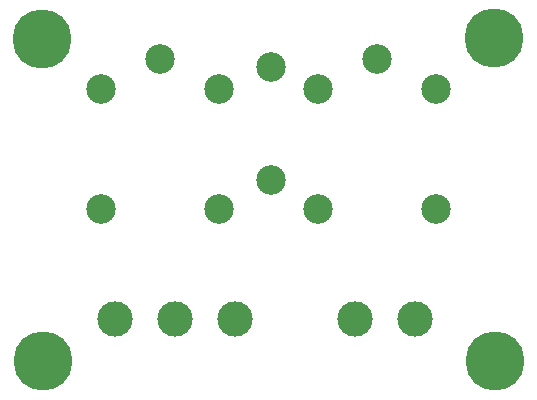
<source format=gtl>
G04 Layer_Physical_Order=1*
G04 Layer_Color=255*
%FSLAX44Y44*%
%MOMM*%
G71*
G01*
G75*
%ADD10C,5.0000*%
%ADD11C,2.5000*%
%ADD12C,3.0000*%
D10*
X416250Y306500D02*
D03*
X416500Y33750D02*
D03*
X33750Y33500D02*
D03*
X33500Y306250D02*
D03*
D11*
X227350Y282200D02*
D03*
Y186800D02*
D03*
X316700Y289000D02*
D03*
X366700Y162000D02*
D03*
Y264000D02*
D03*
X266700D02*
D03*
Y162000D02*
D03*
X133000Y289000D02*
D03*
X183000Y162000D02*
D03*
Y264000D02*
D03*
X83000D02*
D03*
Y162000D02*
D03*
D12*
X349250Y69000D02*
D03*
X298450D02*
D03*
X196850D02*
D03*
X95250D02*
D03*
X146050D02*
D03*
M02*

</source>
